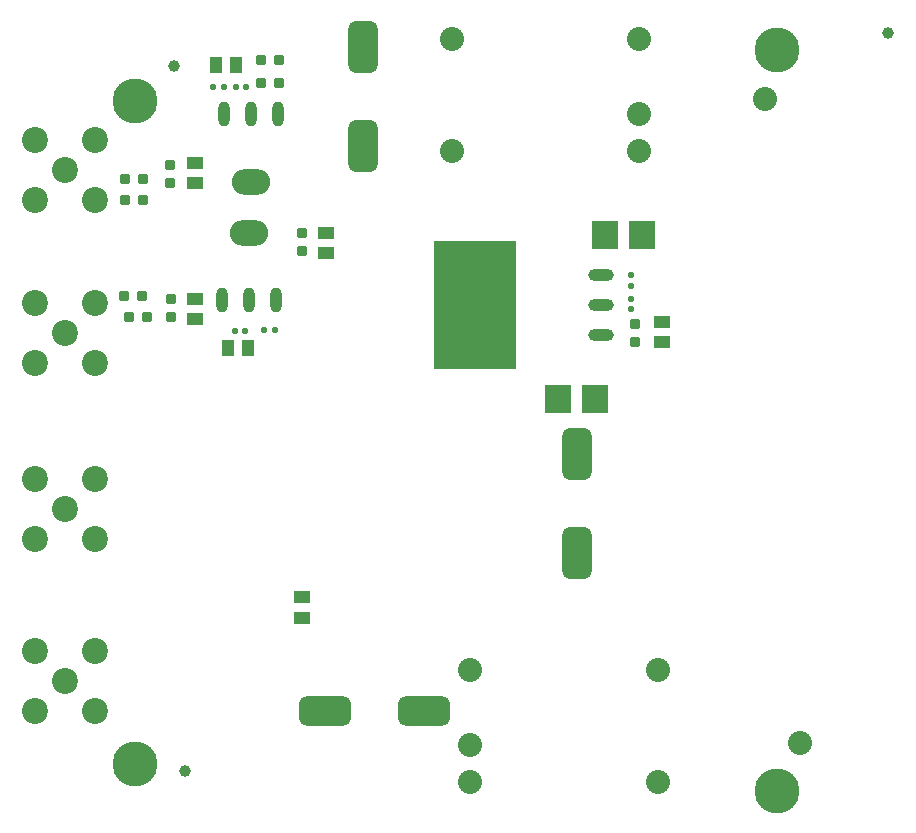
<source format=gbr>
G04 Layer_Color=255*
%FSLAX26Y26*%
%MOIN*%
%TF.FileFunction,Pads,Bot*%
%TF.Part,Single*%
G01*
G75*
%TA.AperFunction,SMDPad,CuDef*%
G04:AMPARAMS|DCode=12|XSize=20mil|YSize=20mil|CornerRadius=6mil|HoleSize=0mil|Usage=FLASHONLY|Rotation=90.000|XOffset=0mil|YOffset=0mil|HoleType=Round|Shape=RoundedRectangle|*
%AMROUNDEDRECTD12*
21,1,0.020000,0.008000,0,0,90.0*
21,1,0.008000,0.020000,0,0,90.0*
1,1,0.012000,0.004000,0.004000*
1,1,0.012000,0.004000,-0.004000*
1,1,0.012000,-0.004000,-0.004000*
1,1,0.012000,-0.004000,0.004000*
%
%ADD12ROUNDEDRECTD12*%
G04:AMPARAMS|DCode=13|XSize=20mil|YSize=20mil|CornerRadius=6mil|HoleSize=0mil|Usage=FLASHONLY|Rotation=180.000|XOffset=0mil|YOffset=0mil|HoleType=Round|Shape=RoundedRectangle|*
%AMROUNDEDRECTD13*
21,1,0.020000,0.008000,0,0,180.0*
21,1,0.008000,0.020000,0,0,180.0*
1,1,0.012000,-0.004000,0.004000*
1,1,0.012000,0.004000,0.004000*
1,1,0.012000,0.004000,-0.004000*
1,1,0.012000,-0.004000,-0.004000*
%
%ADD13ROUNDEDRECTD13*%
G04:AMPARAMS|DCode=17|XSize=35mil|YSize=34mil|CornerRadius=9.01mil|HoleSize=0mil|Usage=FLASHONLY|Rotation=90.000|XOffset=0mil|YOffset=0mil|HoleType=Round|Shape=RoundedRectangle|*
%AMROUNDEDRECTD17*
21,1,0.035000,0.015980,0,0,90.0*
21,1,0.016980,0.034000,0,0,90.0*
1,1,0.018020,0.007990,0.008490*
1,1,0.018020,0.007990,-0.008490*
1,1,0.018020,-0.007990,-0.008490*
1,1,0.018020,-0.007990,0.008490*
%
%ADD17ROUNDEDRECTD17*%
G04:AMPARAMS|DCode=21|XSize=35mil|YSize=34mil|CornerRadius=5.95mil|HoleSize=0mil|Usage=FLASHONLY|Rotation=90.000|XOffset=0mil|YOffset=0mil|HoleType=Round|Shape=RoundedRectangle|*
%AMROUNDEDRECTD21*
21,1,0.035000,0.022100,0,0,90.0*
21,1,0.023100,0.034000,0,0,90.0*
1,1,0.011900,0.011050,0.011550*
1,1,0.011900,0.011050,-0.011550*
1,1,0.011900,-0.011050,-0.011550*
1,1,0.011900,-0.011050,0.011550*
%
%ADD21ROUNDEDRECTD21*%
G04:AMPARAMS|DCode=23|XSize=55mil|YSize=43mil|CornerRadius=7.955mil|HoleSize=0mil|Usage=FLASHONLY|Rotation=90.000|XOffset=0mil|YOffset=0mil|HoleType=Round|Shape=RoundedRectangle|*
%AMROUNDEDRECTD23*
21,1,0.055000,0.027090,0,0,90.0*
21,1,0.039090,0.043000,0,0,90.0*
1,1,0.015910,0.013545,0.019545*
1,1,0.015910,0.013545,-0.019545*
1,1,0.015910,-0.013545,-0.019545*
1,1,0.015910,-0.013545,0.019545*
%
%ADD23ROUNDEDRECTD23*%
G04:AMPARAMS|DCode=24|XSize=35mil|YSize=34mil|CornerRadius=5.95mil|HoleSize=0mil|Usage=FLASHONLY|Rotation=0.000|XOffset=0mil|YOffset=0mil|HoleType=Round|Shape=RoundedRectangle|*
%AMROUNDEDRECTD24*
21,1,0.035000,0.022100,0,0,0.0*
21,1,0.023100,0.034000,0,0,0.0*
1,1,0.011900,0.011550,-0.011050*
1,1,0.011900,-0.011550,-0.011050*
1,1,0.011900,-0.011550,0.011050*
1,1,0.011900,0.011550,0.011050*
%
%ADD24ROUNDEDRECTD24*%
G04:AMPARAMS|DCode=32|XSize=55mil|YSize=43mil|CornerRadius=7.955mil|HoleSize=0mil|Usage=FLASHONLY|Rotation=180.000|XOffset=0mil|YOffset=0mil|HoleType=Round|Shape=RoundedRectangle|*
%AMROUNDEDRECTD32*
21,1,0.055000,0.027090,0,0,180.0*
21,1,0.039090,0.043000,0,0,180.0*
1,1,0.015910,-0.019545,0.013545*
1,1,0.015910,0.019545,0.013545*
1,1,0.015910,0.019545,-0.013545*
1,1,0.015910,-0.019545,-0.013545*
%
%ADD32ROUNDEDRECTD32*%
%ADD40C,0.039370*%
%TA.AperFunction,ComponentPad*%
%ADD41C,0.080000*%
%ADD42C,0.150000*%
%ADD43C,0.086614*%
%ADD44C,0.039370*%
%TA.AperFunction,SMDPad,CuDef*%
G04:AMPARAMS|DCode=56|XSize=173.228mil|YSize=98.425mil|CornerRadius=24.606mil|HoleSize=0mil|Usage=FLASHONLY|Rotation=90.000|XOffset=0mil|YOffset=0mil|HoleType=Round|Shape=RoundedRectangle|*
%AMROUNDEDRECTD56*
21,1,0.173228,0.049213,0,0,90.0*
21,1,0.124016,0.098425,0,0,90.0*
1,1,0.049213,0.024606,0.062008*
1,1,0.049213,0.024606,-0.062008*
1,1,0.049213,-0.024606,-0.062008*
1,1,0.049213,-0.024606,0.062008*
%
%ADD56ROUNDEDRECTD56*%
%ADD57O,0.037000X0.084000*%
%ADD58O,0.128000X0.085000*%
%ADD59R,0.087008X0.092520*%
%ADD60R,0.275000X0.425000*%
%ADD61O,0.085000X0.042000*%
G04:AMPARAMS|DCode=62|XSize=173.228mil|YSize=98.425mil|CornerRadius=24.606mil|HoleSize=0mil|Usage=FLASHONLY|Rotation=180.000|XOffset=0mil|YOffset=0mil|HoleType=Round|Shape=RoundedRectangle|*
%AMROUNDEDRECTD62*
21,1,0.173228,0.049213,0,0,180.0*
21,1,0.124016,0.098425,0,0,180.0*
1,1,0.049213,-0.062008,0.024606*
1,1,0.049213,0.062008,0.024606*
1,1,0.049213,0.062008,-0.024606*
1,1,0.049213,-0.062008,-0.024606*
%
%ADD62ROUNDEDRECTD62*%
D12*
X5506696Y7192000D02*
D03*
X5541696D02*
D03*
X5470000Y8005000D02*
D03*
X5435000D02*
D03*
X5545000D02*
D03*
X5510000D02*
D03*
X5604500Y7194000D02*
D03*
X5639500D02*
D03*
D13*
X6826000Y7265500D02*
D03*
Y7300500D02*
D03*
Y7343500D02*
D03*
Y7378500D02*
D03*
D17*
X5290000Y7685000D02*
D03*
Y7744000D02*
D03*
X5295000Y7299000D02*
D03*
Y7240000D02*
D03*
D21*
X5729000Y7460000D02*
D03*
Y7519000D02*
D03*
X6840000Y7214500D02*
D03*
Y7155500D02*
D03*
D23*
X5442500Y8078000D02*
D03*
X5509500D02*
D03*
X5485000Y7135158D02*
D03*
X5552000D02*
D03*
D24*
X5595500Y8095000D02*
D03*
X5654500D02*
D03*
X5595500Y8020000D02*
D03*
X5654500D02*
D03*
X5199500Y7700000D02*
D03*
X5140500D02*
D03*
X5200000Y7630000D02*
D03*
X5141000D02*
D03*
X5137500Y7309000D02*
D03*
X5196500D02*
D03*
X5154386Y7240000D02*
D03*
X5213386D02*
D03*
D32*
X5375000Y7753500D02*
D03*
Y7686500D02*
D03*
X5811000Y7453000D02*
D03*
Y7520000D02*
D03*
X5375000Y7231500D02*
D03*
Y7298500D02*
D03*
X5732000Y6304000D02*
D03*
Y6237000D02*
D03*
X6930000Y7221000D02*
D03*
Y7154000D02*
D03*
D40*
X5305000Y8075000D02*
D03*
X5340000Y5725000D02*
D03*
X7685000Y8185000D02*
D03*
X5305000Y8075000D02*
D03*
X7685000Y8185000D02*
D03*
X5340000Y5725000D02*
D03*
D41*
X6855000Y8166221D02*
D03*
Y7916221D02*
D03*
Y7791221D02*
D03*
X6230000D02*
D03*
Y8166221D02*
D03*
X7275000Y7965000D02*
D03*
X7390000Y5820000D02*
D03*
X6292028Y6062190D02*
D03*
Y5812190D02*
D03*
Y5687190D02*
D03*
X6917028D02*
D03*
Y6062190D02*
D03*
D42*
X5175000Y7960000D02*
D03*
X7315000Y8130000D02*
D03*
Y5660000D02*
D03*
X5175000Y5750000D02*
D03*
D43*
X4940500Y7185000D02*
D03*
X5040500Y7085000D02*
D03*
X4840500D02*
D03*
Y7285000D02*
D03*
X5040500D02*
D03*
X4940500Y7730000D02*
D03*
X5040500Y7630000D02*
D03*
X4840500D02*
D03*
Y7830000D02*
D03*
X5040500D02*
D03*
X4940000Y6025000D02*
D03*
X5040000Y5925000D02*
D03*
X4840000D02*
D03*
Y6125000D02*
D03*
X5040000D02*
D03*
X4940500Y6600000D02*
D03*
X5040500Y6500000D02*
D03*
X4840500D02*
D03*
Y6700000D02*
D03*
X5040500D02*
D03*
D44*
X7395000Y5824499D02*
D03*
X7275000Y7965500D02*
D03*
D56*
X5935000Y7809291D02*
D03*
Y8140000D02*
D03*
X6648000Y6453011D02*
D03*
Y6783720D02*
D03*
D57*
X5470000Y7915000D02*
D03*
X5560000D02*
D03*
X5650000D02*
D03*
X5645000Y7295000D02*
D03*
X5555000D02*
D03*
X5465000D02*
D03*
D58*
X5560000Y7690000D02*
D03*
X5555000Y7520000D02*
D03*
D59*
X6585386Y6966000D02*
D03*
X6708614D02*
D03*
X6742000Y7512000D02*
D03*
X6865228D02*
D03*
D60*
X6306000Y7280000D02*
D03*
D61*
X6726000Y7180000D02*
D03*
Y7280000D02*
D03*
Y7380000D02*
D03*
D62*
X6137709Y5926000D02*
D03*
X5807000D02*
D03*
%TF.MD5,8A4A8586D69C0B88BDF66CBAECA5EAAA*%
M02*

</source>
